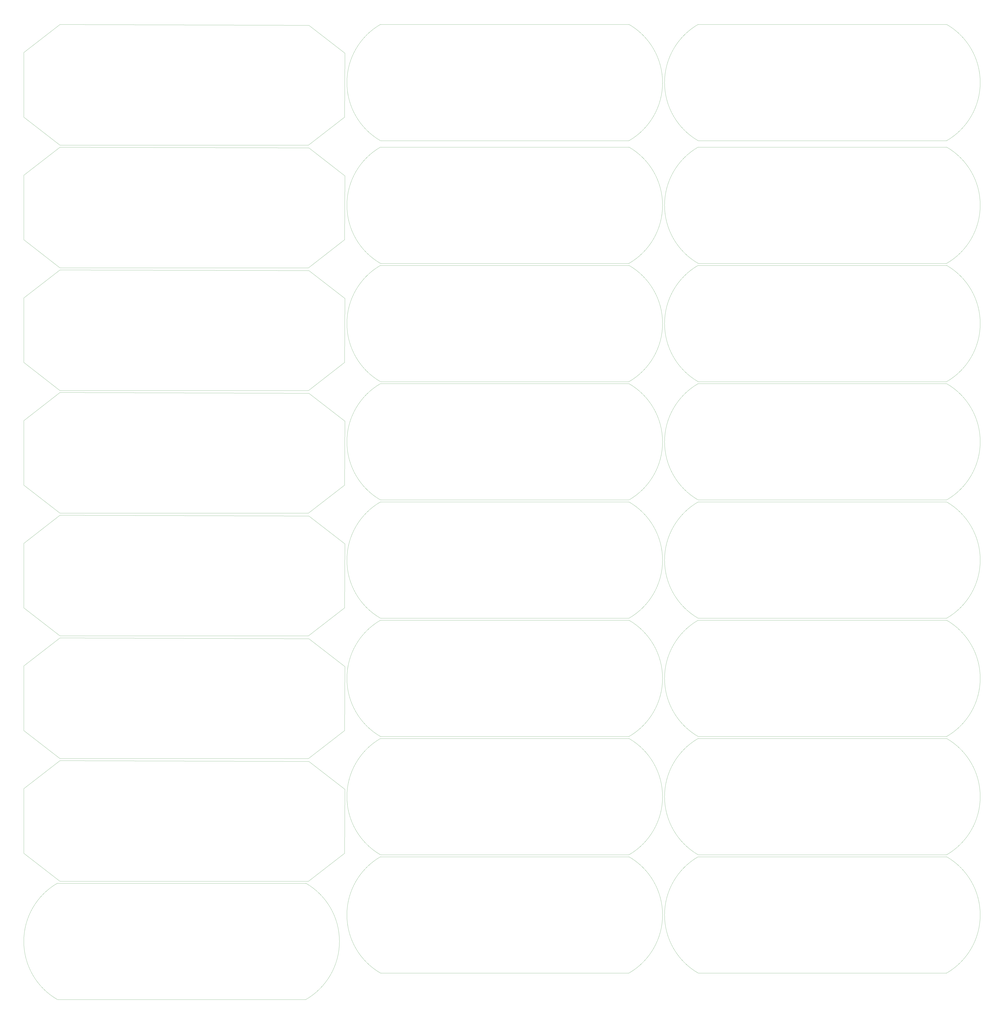
<source format=gbr>
%TF.GenerationSoftware,KiCad,Pcbnew,7.0.5-7.0.5~ubuntu20.04.1*%
%TF.CreationDate,2023-07-06T15:08:56+02:00*%
%TF.ProjectId,output_panel_QWYz9GD,6f757470-7574-45f7-9061-6e656c5f5157,rev?*%
%TF.SameCoordinates,Original*%
%TF.FileFunction,Profile,NP*%
%FSLAX45Y45*%
G04 Gerber Fmt 4.5, Leading zero omitted, Abs format (unit mm)*
G04 Created by KiCad (PCBNEW 7.0.5-7.0.5~ubuntu20.04.1) date 2023-07-06 15:08:56*
%MOMM*%
%LPD*%
G01*
G04 APERTURE LIST*
%TA.AperFunction,Profile*%
%ADD10C,0.050000*%
%TD*%
%TA.AperFunction,Profile*%
%ADD11C,0.100000*%
%TD*%
G04 APERTURE END LIST*
D10*
X30243821Y-23770000D02*
G75*
G03*
X30243821Y-17970000I-1674316J2900000D01*
G01*
D11*
X50000Y-38169998D02*
X1850000Y-36769998D01*
D10*
X46091466Y-23770000D02*
G75*
G03*
X46091466Y-17970000I-1674316J2900000D01*
G01*
D11*
X1723822Y-42889998D02*
X14123822Y-42889998D01*
X17843821Y-11970000D02*
X30243821Y-11970000D01*
X17843821Y-29770000D02*
X30243821Y-29770000D01*
X14250000Y-6070000D02*
X1850000Y-6070000D01*
X1850000Y-12289999D02*
X14270000Y-12329999D01*
X50000Y-4670000D02*
X50000Y-1450000D01*
X33691466Y-23870000D02*
X46091466Y-23870000D01*
D10*
X17843822Y-41570000D02*
G75*
G03*
X17843821Y-47370000I1674316J-2900000D01*
G01*
D11*
X1850000Y-36769998D02*
X14270000Y-36809998D01*
X16050000Y-23029999D02*
X14250000Y-24429999D01*
X14250000Y-18309999D02*
X1850000Y-18309999D01*
X17843821Y-23870000D02*
X30243821Y-23870000D01*
X14250000Y-42789998D02*
X1850000Y-42789998D01*
X16070000Y-32079998D02*
X16050000Y-35269998D01*
X33691466Y-11970000D02*
X46091466Y-11970000D01*
X33691466Y-47370000D02*
X46091466Y-47370000D01*
D10*
X33691466Y-23870000D02*
G75*
G03*
X33691466Y-29670000I1674316J-2900000D01*
G01*
X33691466Y-6170000D02*
G75*
G03*
X33691466Y-11970000I1674316J-2900000D01*
G01*
D11*
X16050000Y-41389998D02*
X14250000Y-42789998D01*
X50000Y-29149998D02*
X50000Y-25929998D01*
X1850000Y-12189999D02*
X50000Y-10789999D01*
X1850000Y-18309999D02*
X50000Y-16909999D01*
X14270000Y-24569998D02*
X16070000Y-25959998D01*
X17843821Y-29670000D02*
X30243821Y-29670000D01*
X16070000Y-1480000D02*
X16050000Y-4670000D01*
X17843821Y-17870000D02*
X30243821Y-17870000D01*
X1850000Y-42789998D02*
X50000Y-41389998D01*
D10*
X46091466Y-11970000D02*
G75*
G03*
X46091466Y-6170000I-1674316J2900000D01*
G01*
D11*
X14250000Y-36669998D02*
X1850000Y-36669998D01*
D10*
X17843822Y-12070000D02*
G75*
G03*
X17843821Y-17870000I1674316J-2900000D01*
G01*
D11*
X50000Y-35269998D02*
X50000Y-32049998D01*
X33691466Y-12070000D02*
X46091466Y-12070000D01*
X50000Y-25929998D02*
X1850000Y-24529998D01*
X1850000Y-6169999D02*
X14270000Y-6209999D01*
D10*
X17843822Y-6170000D02*
G75*
G03*
X17843821Y-11970000I1674316J-2900000D01*
G01*
D11*
X33691466Y-29670000D02*
X46091466Y-29670000D01*
X17843821Y-35570000D02*
X30243821Y-35570000D01*
X17843821Y-41470000D02*
X30243821Y-41470000D01*
X16050000Y-10789999D02*
X14250000Y-12189999D01*
X14250000Y-24429999D02*
X1850000Y-24429999D01*
X17843821Y-12070000D02*
X30243821Y-12070000D01*
D10*
X33691466Y-41570000D02*
G75*
G03*
X33691466Y-47370000I1674316J-2900000D01*
G01*
X17843822Y-35670000D02*
G75*
G03*
X17843821Y-41470000I1674316J-2900000D01*
G01*
D11*
X33691466Y-41470000D02*
X46091466Y-41470000D01*
D10*
X1723822Y-42889998D02*
G75*
G03*
X1723822Y-48689998I1674316J-2900000D01*
G01*
D11*
X33691466Y-50000D02*
X46091466Y-50000D01*
D10*
X46091466Y-17870000D02*
G75*
G03*
X46091466Y-12070000I-1674316J2900000D01*
G01*
D11*
X14270000Y-30689998D02*
X16070000Y-32079998D01*
X17843821Y-35670000D02*
X30243821Y-35670000D01*
X1850000Y-24429999D02*
X50000Y-23029999D01*
X50000Y-32049998D02*
X1850000Y-30649998D01*
X16050000Y-4670000D02*
X14250000Y-6070000D01*
D10*
X46091466Y-35570000D02*
G75*
G03*
X46091466Y-29770000I-1674316J2900000D01*
G01*
D11*
X14270000Y-90000D02*
X16070000Y-1480000D01*
X16070000Y-13719999D02*
X16050000Y-16909999D01*
D10*
X30243821Y-29670000D02*
G75*
G03*
X30243821Y-23870000I-1674316J2900000D01*
G01*
D11*
X1850000Y-30649998D02*
X14270000Y-30689998D01*
X1850000Y-18409999D02*
X14270000Y-18449999D01*
X50000Y-13689999D02*
X1850000Y-12289999D01*
X14270000Y-6209999D02*
X16070000Y-7599999D01*
X50000Y-7569999D02*
X1850000Y-6169999D01*
D10*
X30243821Y-35570000D02*
G75*
G03*
X30243821Y-29770000I-1674316J2900000D01*
G01*
D11*
X16070000Y-25959998D02*
X16050000Y-29149998D01*
X50000Y-1450000D02*
X1850000Y-50000D01*
X33691466Y-23770000D02*
X46091466Y-23770000D01*
X17843821Y-23770000D02*
X30243821Y-23770000D01*
D10*
X17843821Y-50000D02*
G75*
G03*
X17843821Y-5850000I1674316J-2900000D01*
G01*
X46091466Y-47370000D02*
G75*
G03*
X46091466Y-41570000I-1674316J2900000D01*
G01*
D11*
X33691466Y-35670000D02*
X46091466Y-35670000D01*
X1723822Y-48689998D02*
X14123822Y-48689998D01*
X17843821Y-17970000D02*
X30243821Y-17970000D01*
D10*
X14123822Y-48689998D02*
G75*
G03*
X14123822Y-42889998I-1674316J2900000D01*
G01*
D11*
X50000Y-19809999D02*
X1850000Y-18409999D01*
D10*
X30243821Y-41470000D02*
G75*
G03*
X30243821Y-35670000I-1674316J2900000D01*
G01*
D11*
X16050000Y-29149998D02*
X14250000Y-30549998D01*
D10*
X33691466Y-12070000D02*
G75*
G03*
X33691466Y-17870000I1674316J-2900000D01*
G01*
D11*
X16070000Y-7599999D02*
X16050000Y-10789999D01*
X17843821Y-50000D02*
X30243821Y-50000D01*
D10*
X30243821Y-47370000D02*
G75*
G03*
X30243821Y-41570000I-1674316J2900000D01*
G01*
D11*
X17843821Y-47370000D02*
X30243821Y-47370000D01*
X14250000Y-12189999D02*
X1850000Y-12189999D01*
D10*
X30243821Y-11970000D02*
G75*
G03*
X30243821Y-6170000I-1674316J2900000D01*
G01*
D11*
X16050000Y-16909999D02*
X14250000Y-18309999D01*
X14270000Y-12329999D02*
X16070000Y-13719999D01*
X50000Y-16909999D02*
X50000Y-13689999D01*
X14270000Y-18449999D02*
X16070000Y-19839999D01*
X33691466Y-6170000D02*
X46091466Y-6170000D01*
X14270000Y-36809998D02*
X16070000Y-38199998D01*
X33691466Y-5850000D02*
X46091466Y-5850000D01*
D10*
X33691466Y-17970000D02*
G75*
G03*
X33691466Y-23770000I1674316J-2900000D01*
G01*
D11*
X33691466Y-41570000D02*
X46091466Y-41570000D01*
X16070000Y-38199998D02*
X16050000Y-41389998D01*
X1850000Y-50000D02*
X14270000Y-90000D01*
X14250000Y-30549998D02*
X1850000Y-30549998D01*
D10*
X33691466Y-35670000D02*
G75*
G03*
X33691466Y-41470000I1674316J-2900000D01*
G01*
X30243821Y-5850000D02*
G75*
G03*
X30243821Y-50000I-1674316J2900000D01*
G01*
X17843822Y-29770000D02*
G75*
G03*
X17843821Y-35570000I1674316J-2900000D01*
G01*
D11*
X1850000Y-6070000D02*
X50000Y-4670000D01*
X16050000Y-35269998D02*
X14250000Y-36669998D01*
D10*
X46091466Y-41470000D02*
G75*
G03*
X46091466Y-35670000I-1674316J2900000D01*
G01*
D11*
X1850000Y-36669998D02*
X50000Y-35269998D01*
D10*
X30243821Y-17870000D02*
G75*
G03*
X30243821Y-12070000I-1674316J2900000D01*
G01*
D11*
X50000Y-23029999D02*
X50000Y-19809999D01*
X1850000Y-24529998D02*
X14270000Y-24569998D01*
D10*
X17843822Y-17970000D02*
G75*
G03*
X17843821Y-23770000I1674316J-2900000D01*
G01*
X46091466Y-29670000D02*
G75*
G03*
X46091466Y-23870000I-1674316J2900000D01*
G01*
D11*
X50000Y-10789999D02*
X50000Y-7569999D01*
D10*
X33691466Y-29770000D02*
G75*
G03*
X33691466Y-35570000I1674316J-2900000D01*
G01*
D11*
X50000Y-41389998D02*
X50000Y-38169998D01*
D10*
X33691466Y-50000D02*
G75*
G03*
X33691466Y-5850000I1674316J-2900000D01*
G01*
X17843822Y-23870000D02*
G75*
G03*
X17843821Y-29670000I1674316J-2900000D01*
G01*
D11*
X17843821Y-41570000D02*
X30243821Y-41570000D01*
X17843821Y-6170000D02*
X30243821Y-6170000D01*
X17843821Y-5850000D02*
X30243821Y-5850000D01*
X16070000Y-19839999D02*
X16050000Y-23029999D01*
D10*
X46091466Y-5850000D02*
G75*
G03*
X46091466Y-50000I-1674316J2900000D01*
G01*
D11*
X33691466Y-17970000D02*
X46091466Y-17970000D01*
X33691466Y-35570000D02*
X46091466Y-35570000D01*
X33691466Y-17870000D02*
X46091466Y-17870000D01*
X33691466Y-29770000D02*
X46091466Y-29770000D01*
X1850000Y-30549998D02*
X50000Y-29149998D01*
D10*
X30243821Y-23770000D02*
G75*
G03*
X30243821Y-17970000I-1674316J2900000D01*
G01*
D11*
X50000Y-38169998D02*
X1850000Y-36769998D01*
D10*
X46091466Y-23770000D02*
G75*
G03*
X46091466Y-17970000I-1674316J2900000D01*
G01*
D11*
X1723822Y-42889998D02*
X14123822Y-42889998D01*
X17843821Y-11970000D02*
X30243821Y-11970000D01*
X17843821Y-29770000D02*
X30243821Y-29770000D01*
X14250000Y-6070000D02*
X1850000Y-6070000D01*
X1850000Y-12289999D02*
X14270000Y-12329999D01*
X50000Y-4670000D02*
X50000Y-1450000D01*
X33691466Y-23870000D02*
X46091466Y-23870000D01*
D10*
X17843822Y-41570000D02*
G75*
G03*
X17843821Y-47370000I1674316J-2900000D01*
G01*
D11*
X1850000Y-36769998D02*
X14270000Y-36809998D01*
X16050000Y-23029999D02*
X14250000Y-24429999D01*
X14250000Y-18309999D02*
X1850000Y-18309999D01*
X17843821Y-23870000D02*
X30243821Y-23870000D01*
X14250000Y-42789998D02*
X1850000Y-42789998D01*
X16070000Y-32079998D02*
X16050000Y-35269998D01*
X33691466Y-11970000D02*
X46091466Y-11970000D01*
X33691466Y-47370000D02*
X46091466Y-47370000D01*
D10*
X33691466Y-23870000D02*
G75*
G03*
X33691466Y-29670000I1674316J-2900000D01*
G01*
X33691466Y-6170000D02*
G75*
G03*
X33691466Y-11970000I1674316J-2900000D01*
G01*
D11*
X16050000Y-41389998D02*
X14250000Y-42789998D01*
X50000Y-29149998D02*
X50000Y-25929998D01*
X1850000Y-12189999D02*
X50000Y-10789999D01*
X1850000Y-18309999D02*
X50000Y-16909999D01*
X14270000Y-24569998D02*
X16070000Y-25959998D01*
X17843821Y-29670000D02*
X30243821Y-29670000D01*
X16070000Y-1480000D02*
X16050000Y-4670000D01*
X17843821Y-17870000D02*
X30243821Y-17870000D01*
X1850000Y-42789998D02*
X50000Y-41389998D01*
D10*
X46091466Y-11970000D02*
G75*
G03*
X46091466Y-6170000I-1674316J2900000D01*
G01*
D11*
X14250000Y-36669998D02*
X1850000Y-36669998D01*
D10*
X17843822Y-12070000D02*
G75*
G03*
X17843821Y-17870000I1674316J-2900000D01*
G01*
D11*
X50000Y-35269998D02*
X50000Y-32049998D01*
X33691466Y-12070000D02*
X46091466Y-12070000D01*
X50000Y-25929998D02*
X1850000Y-24529998D01*
X1850000Y-6169999D02*
X14270000Y-6209999D01*
D10*
X17843822Y-6170000D02*
G75*
G03*
X17843821Y-11970000I1674316J-2900000D01*
G01*
D11*
X33691466Y-29670000D02*
X46091466Y-29670000D01*
X17843821Y-35570000D02*
X30243821Y-35570000D01*
X17843821Y-41470000D02*
X30243821Y-41470000D01*
X16050000Y-10789999D02*
X14250000Y-12189999D01*
X14250000Y-24429999D02*
X1850000Y-24429999D01*
X17843821Y-12070000D02*
X30243821Y-12070000D01*
D10*
X33691466Y-41570000D02*
G75*
G03*
X33691466Y-47370000I1674316J-2900000D01*
G01*
X17843822Y-35670000D02*
G75*
G03*
X17843821Y-41470000I1674316J-2900000D01*
G01*
D11*
X33691466Y-41470000D02*
X46091466Y-41470000D01*
D10*
X1723822Y-42889998D02*
G75*
G03*
X1723822Y-48689998I1674316J-2900000D01*
G01*
D11*
X33691466Y-50000D02*
X46091466Y-50000D01*
D10*
X46091466Y-17870000D02*
G75*
G03*
X46091466Y-12070000I-1674316J2900000D01*
G01*
D11*
X14270000Y-30689998D02*
X16070000Y-32079998D01*
X17843821Y-35670000D02*
X30243821Y-35670000D01*
X1850000Y-24429999D02*
X50000Y-23029999D01*
X50000Y-32049998D02*
X1850000Y-30649998D01*
X16050000Y-4670000D02*
X14250000Y-6070000D01*
D10*
X46091466Y-35570000D02*
G75*
G03*
X46091466Y-29770000I-1674316J2900000D01*
G01*
D11*
X14270000Y-90000D02*
X16070000Y-1480000D01*
X16070000Y-13719999D02*
X16050000Y-16909999D01*
D10*
X30243821Y-29670000D02*
G75*
G03*
X30243821Y-23870000I-1674316J2900000D01*
G01*
D11*
X1850000Y-30649998D02*
X14270000Y-30689998D01*
X1850000Y-18409999D02*
X14270000Y-18449999D01*
X50000Y-13689999D02*
X1850000Y-12289999D01*
X14270000Y-6209999D02*
X16070000Y-7599999D01*
X50000Y-7569999D02*
X1850000Y-6169999D01*
D10*
X30243821Y-35570000D02*
G75*
G03*
X30243821Y-29770000I-1674316J2900000D01*
G01*
D11*
X16070000Y-25959998D02*
X16050000Y-29149998D01*
X50000Y-1450000D02*
X1850000Y-50000D01*
X33691466Y-23770000D02*
X46091466Y-23770000D01*
X17843821Y-23770000D02*
X30243821Y-23770000D01*
D10*
X17843821Y-50000D02*
G75*
G03*
X17843821Y-5850000I1674316J-2900000D01*
G01*
X46091466Y-47370000D02*
G75*
G03*
X46091466Y-41570000I-1674316J2900000D01*
G01*
D11*
X33691466Y-35670000D02*
X46091466Y-35670000D01*
X1723822Y-48689998D02*
X14123822Y-48689998D01*
X17843821Y-17970000D02*
X30243821Y-17970000D01*
D10*
X14123822Y-48689998D02*
G75*
G03*
X14123822Y-42889998I-1674316J2900000D01*
G01*
D11*
X50000Y-19809999D02*
X1850000Y-18409999D01*
D10*
X30243821Y-41470000D02*
G75*
G03*
X30243821Y-35670000I-1674316J2900000D01*
G01*
D11*
X16050000Y-29149998D02*
X14250000Y-30549998D01*
D10*
X33691466Y-12070000D02*
G75*
G03*
X33691466Y-17870000I1674316J-2900000D01*
G01*
D11*
X16070000Y-7599999D02*
X16050000Y-10789999D01*
X17843821Y-50000D02*
X30243821Y-50000D01*
D10*
X30243821Y-47370000D02*
G75*
G03*
X30243821Y-41570000I-1674316J2900000D01*
G01*
D11*
X17843821Y-47370000D02*
X30243821Y-47370000D01*
X14250000Y-12189999D02*
X1850000Y-12189999D01*
D10*
X30243821Y-11970000D02*
G75*
G03*
X30243821Y-6170000I-1674316J2900000D01*
G01*
D11*
X16050000Y-16909999D02*
X14250000Y-18309999D01*
X14270000Y-12329999D02*
X16070000Y-13719999D01*
X50000Y-16909999D02*
X50000Y-13689999D01*
X14270000Y-18449999D02*
X16070000Y-19839999D01*
X33691466Y-6170000D02*
X46091466Y-6170000D01*
X14270000Y-36809998D02*
X16070000Y-38199998D01*
X33691466Y-5850000D02*
X46091466Y-5850000D01*
D10*
X33691466Y-17970000D02*
G75*
G03*
X33691466Y-23770000I1674316J-2900000D01*
G01*
D11*
X33691466Y-41570000D02*
X46091466Y-41570000D01*
X16070000Y-38199998D02*
X16050000Y-41389998D01*
X1850000Y-50000D02*
X14270000Y-90000D01*
X14250000Y-30549998D02*
X1850000Y-30549998D01*
D10*
X33691466Y-35670000D02*
G75*
G03*
X33691466Y-41470000I1674316J-2900000D01*
G01*
X30243821Y-5850000D02*
G75*
G03*
X30243821Y-50000I-1674316J2900000D01*
G01*
X17843822Y-29770000D02*
G75*
G03*
X17843821Y-35570000I1674316J-2900000D01*
G01*
D11*
X1850000Y-6070000D02*
X50000Y-4670000D01*
X16050000Y-35269998D02*
X14250000Y-36669998D01*
D10*
X46091466Y-41470000D02*
G75*
G03*
X46091466Y-35670000I-1674316J2900000D01*
G01*
D11*
X1850000Y-36669998D02*
X50000Y-35269998D01*
D10*
X30243821Y-17870000D02*
G75*
G03*
X30243821Y-12070000I-1674316J2900000D01*
G01*
D11*
X50000Y-23029999D02*
X50000Y-19809999D01*
X1850000Y-24529998D02*
X14270000Y-24569998D01*
D10*
X17843822Y-17970000D02*
G75*
G03*
X17843821Y-23770000I1674316J-2900000D01*
G01*
X46091466Y-29670000D02*
G75*
G03*
X46091466Y-23870000I-1674316J2900000D01*
G01*
D11*
X50000Y-10789999D02*
X50000Y-7569999D01*
D10*
X33691466Y-29770000D02*
G75*
G03*
X33691466Y-35570000I1674316J-2900000D01*
G01*
D11*
X50000Y-41389998D02*
X50000Y-38169998D01*
D10*
X33691466Y-50000D02*
G75*
G03*
X33691466Y-5850000I1674316J-2900000D01*
G01*
X17843822Y-23870000D02*
G75*
G03*
X17843821Y-29670000I1674316J-2900000D01*
G01*
D11*
X17843821Y-41570000D02*
X30243821Y-41570000D01*
X17843821Y-6170000D02*
X30243821Y-6170000D01*
X17843821Y-5850000D02*
X30243821Y-5850000D01*
X16070000Y-19839999D02*
X16050000Y-23029999D01*
D10*
X46091466Y-5850000D02*
G75*
G03*
X46091466Y-50000I-1674316J2900000D01*
G01*
D11*
X33691466Y-17970000D02*
X46091466Y-17970000D01*
X33691466Y-35570000D02*
X46091466Y-35570000D01*
X33691466Y-17870000D02*
X46091466Y-17870000D01*
X33691466Y-29770000D02*
X46091466Y-29770000D01*
X1850000Y-30549998D02*
X50000Y-29149998D01*
M02*

</source>
